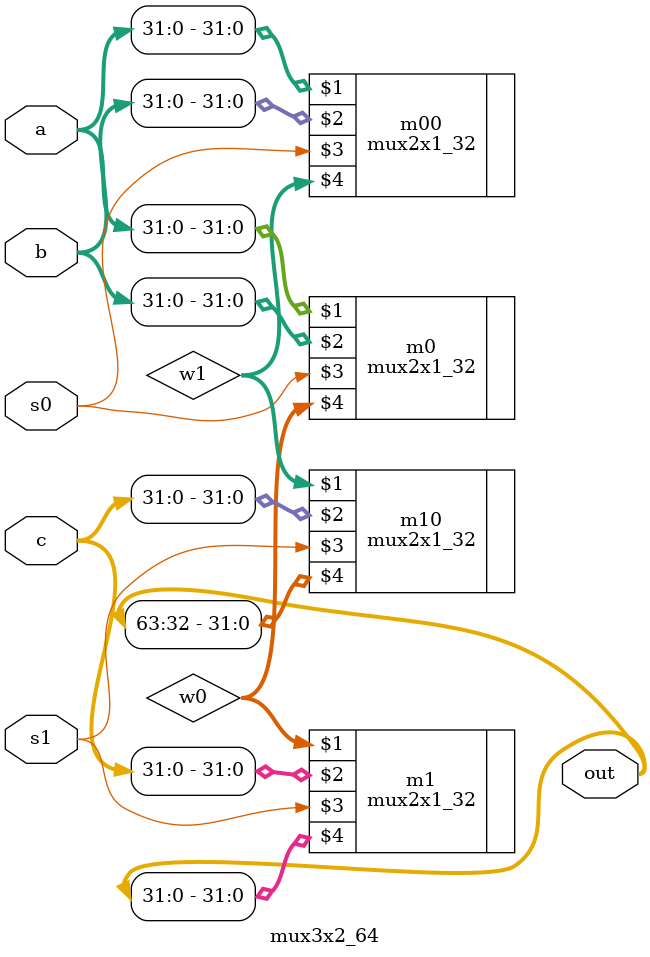
<source format=v>
module mux3x2_64 (a, b, c, s0, s1, out);
input [63:0] a;
input [63:0] b;
input [63:0] c;
input s0;
input s1;
output [63:0] out;

wire [31:0] w0;
wire [31:0] w1;

mux2x1_32 m0(a[31:0], b[31:0], s0, w0);
mux2x1_32 m1(w0, c[31:0], s1, out[31:0]);

mux2x1_32 m00(a[31:0], b[31:0], s0, w1);
mux2x1_32 m10(w1, c[31:0], s1, out[63:32]);

endmodule
</source>
